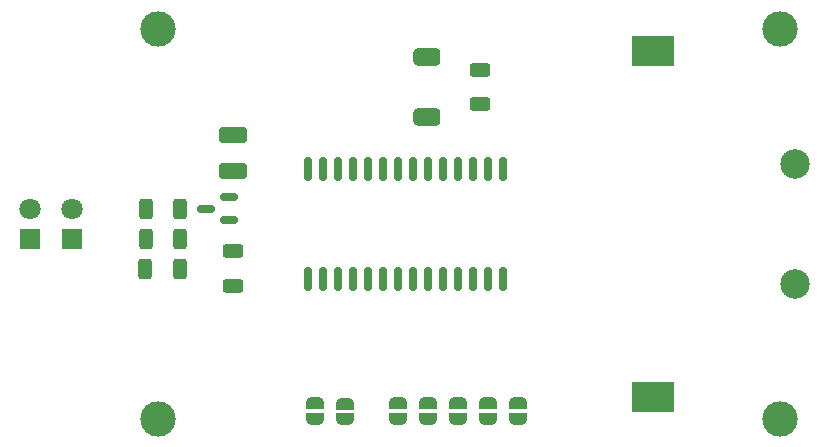
<source format=gbr>
%TF.GenerationSoftware,KiCad,Pcbnew,(6.0.6-0)*%
%TF.CreationDate,2022-12-31T16:02:41+01:00*%
%TF.ProjectId,rc5_remote,7263355f-7265-46d6-9f74-652e6b696361,rev?*%
%TF.SameCoordinates,Original*%
%TF.FileFunction,Soldermask,Top*%
%TF.FilePolarity,Negative*%
%FSLAX46Y46*%
G04 Gerber Fmt 4.6, Leading zero omitted, Abs format (unit mm)*
G04 Created by KiCad (PCBNEW (6.0.6-0)) date 2022-12-31 16:02:41*
%MOMM*%
%LPD*%
G01*
G04 APERTURE LIST*
G04 Aperture macros list*
%AMRoundRect*
0 Rectangle with rounded corners*
0 $1 Rounding radius*
0 $2 $3 $4 $5 $6 $7 $8 $9 X,Y pos of 4 corners*
0 Add a 4 corners polygon primitive as box body*
4,1,4,$2,$3,$4,$5,$6,$7,$8,$9,$2,$3,0*
0 Add four circle primitives for the rounded corners*
1,1,$1+$1,$2,$3*
1,1,$1+$1,$4,$5*
1,1,$1+$1,$6,$7*
1,1,$1+$1,$8,$9*
0 Add four rect primitives between the rounded corners*
20,1,$1+$1,$2,$3,$4,$5,0*
20,1,$1+$1,$4,$5,$6,$7,0*
20,1,$1+$1,$6,$7,$8,$9,0*
20,1,$1+$1,$8,$9,$2,$3,0*%
%AMFreePoly0*
4,1,22,0.500000,-0.750000,0.000000,-0.750000,0.000000,-0.745033,-0.079941,-0.743568,-0.215256,-0.701293,-0.333266,-0.622738,-0.424486,-0.514219,-0.481581,-0.384460,-0.499164,-0.250000,-0.500000,-0.250000,-0.500000,0.250000,-0.499164,0.250000,-0.499963,0.256109,-0.478152,0.396186,-0.417904,0.524511,-0.324060,0.630769,-0.204165,0.706417,-0.067858,0.745374,0.000000,0.744959,0.000000,0.750000,
0.500000,0.750000,0.500000,-0.750000,0.500000,-0.750000,$1*%
%AMFreePoly1*
4,1,20,0.000000,0.744959,0.073905,0.744508,0.209726,0.703889,0.328688,0.626782,0.421226,0.519385,0.479903,0.390333,0.500000,0.250000,0.500000,-0.250000,0.499851,-0.262216,0.476331,-0.402017,0.414519,-0.529596,0.319384,-0.634700,0.198574,-0.708877,0.061801,-0.746166,0.000000,-0.745033,0.000000,-0.750000,-0.500000,-0.750000,-0.500000,0.750000,0.000000,0.750000,0.000000,0.744959,
0.000000,0.744959,$1*%
G04 Aperture macros list end*
%ADD10C,2.500000*%
%ADD11FreePoly0,90.000000*%
%ADD12FreePoly1,90.000000*%
%ADD13RoundRect,0.250000X0.625000X-0.312500X0.625000X0.312500X-0.625000X0.312500X-0.625000X-0.312500X0*%
%ADD14RoundRect,0.250000X0.925000X-0.412500X0.925000X0.412500X-0.925000X0.412500X-0.925000X-0.412500X0*%
%ADD15R,3.600000X2.600000*%
%ADD16C,3.000000*%
%ADD17RoundRect,0.250000X-0.312500X-0.625000X0.312500X-0.625000X0.312500X0.625000X-0.312500X0.625000X0*%
%ADD18RoundRect,0.150000X0.150000X-0.875000X0.150000X0.875000X-0.150000X0.875000X-0.150000X-0.875000X0*%
%ADD19RoundRect,0.381000X0.762000X0.381000X-0.762000X0.381000X-0.762000X-0.381000X0.762000X-0.381000X0*%
%ADD20RoundRect,0.150000X0.587500X0.150000X-0.587500X0.150000X-0.587500X-0.150000X0.587500X-0.150000X0*%
%ADD21R,1.800000X1.800000*%
%ADD22C,1.800000*%
G04 APERTURE END LIST*
D10*
%TO.C,TP-1*%
X172720000Y-83820000D03*
%TD*%
%TO.C,TP+1*%
X172720000Y-73660000D03*
%TD*%
D11*
%TO.C,JP4*%
X141605000Y-95265000D03*
D12*
X141605000Y-93965000D03*
%TD*%
D11*
%TO.C,JP7*%
X132080000Y-95265000D03*
D12*
X132080000Y-93965000D03*
%TD*%
D11*
%TO.C,JP2*%
X146685000Y-95265000D03*
D12*
X146685000Y-93965000D03*
%TD*%
D11*
%TO.C,JP1*%
X149225000Y-95265000D03*
D12*
X149225000Y-93965000D03*
%TD*%
D13*
%TO.C,R5*%
X146050000Y-68645500D03*
X146050000Y-65720500D03*
%TD*%
D14*
%TO.C,C1*%
X125095000Y-74295000D03*
X125095000Y-71220000D03*
%TD*%
D15*
%TO.C,BT1*%
X160655000Y-64090000D03*
X160655000Y-93390000D03*
%TD*%
D16*
%TO.C,H2*%
X171450000Y-95250000D03*
%TD*%
%TO.C,H3*%
X171450000Y-62230000D03*
%TD*%
%TO.C,H1*%
X118745000Y-62230000D03*
%TD*%
D17*
%TO.C,R2*%
X117729000Y-77470000D03*
X120654000Y-77470000D03*
%TD*%
D13*
%TO.C,R1*%
X125095000Y-84012500D03*
X125095000Y-81087500D03*
%TD*%
D18*
%TO.C,U1*%
X131445000Y-83390000D03*
X132715000Y-83390000D03*
X133985000Y-83390000D03*
X135255000Y-83390000D03*
X136525000Y-83390000D03*
X137795000Y-83390000D03*
X139065000Y-83390000D03*
X140335000Y-83390000D03*
X141605000Y-83390000D03*
X142875000Y-83390000D03*
X144145000Y-83390000D03*
X145415000Y-83390000D03*
X146685000Y-83390000D03*
X147955000Y-83390000D03*
X147955000Y-74090000D03*
X146685000Y-74090000D03*
X145415000Y-74090000D03*
X144145000Y-74090000D03*
X142875000Y-74090000D03*
X141605000Y-74090000D03*
X140335000Y-74090000D03*
X139065000Y-74090000D03*
X137795000Y-74090000D03*
X136525000Y-74090000D03*
X135255000Y-74090000D03*
X133985000Y-74090000D03*
X132715000Y-74090000D03*
X131445000Y-74090000D03*
%TD*%
D16*
%TO.C,H4*%
X118745000Y-95250000D03*
%TD*%
D17*
%TO.C,R3*%
X117729000Y-80010000D03*
X120654000Y-80010000D03*
%TD*%
D11*
%TO.C,JP5*%
X139065000Y-95265000D03*
D12*
X139065000Y-93965000D03*
%TD*%
D17*
%TO.C,R4*%
X117725000Y-82550000D03*
X120650000Y-82550000D03*
%TD*%
D11*
%TO.C,JP3*%
X144145000Y-95265000D03*
D12*
X144145000Y-93965000D03*
%TD*%
D11*
%TO.C,JP6*%
X134620000Y-95280000D03*
D12*
X134620000Y-93980000D03*
%TD*%
D19*
%TO.C,Q1*%
X141571500Y-69723000D03*
X141571500Y-64643000D03*
%TD*%
D20*
%TO.C,U2*%
X124762500Y-78420000D03*
X124762500Y-76520000D03*
X122887500Y-77470000D03*
%TD*%
D21*
%TO.C,DIR1*%
X107980000Y-80015000D03*
D22*
X107980000Y-77475000D03*
%TD*%
D21*
%TO.C,DSTATUS1*%
X111506000Y-80015000D03*
D22*
X111506000Y-77475000D03*
%TD*%
M02*

</source>
